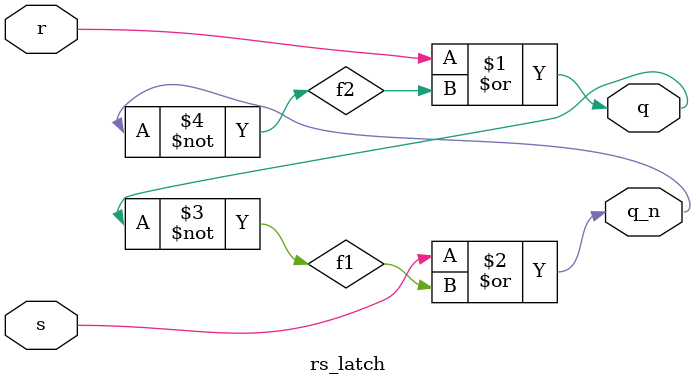
<source format=sv>
module rs_latch
	(input logic r, s,
	 output logic q, q_n);
	 
	 or #5  g1 (q, r, f2),
			  g2 (q_n, s, f1);
	 not	  g3 (f1, q),
			  g4 (f2, q_n);
endmodule: rs_latch
</source>
